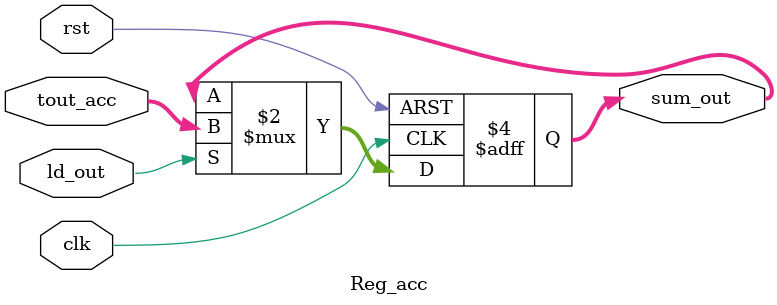
<source format=v>
`timescale 1ns/1ps
module Reg_acc(
    input clk, 
    input rst,
    input [11:0] tout_acc,
    input ld_out,
    output reg [11:0] sum_out // Declare sum_out as reg
);

always @(posedge clk or posedge rst) begin
    if (rst) begin
        sum_out <= 12'd0; // Reset sum_out to 0
    end else if (ld_out) begin
        sum_out <= tout_acc; // Load new value into sum_out
    end
end

endmodule

</source>
